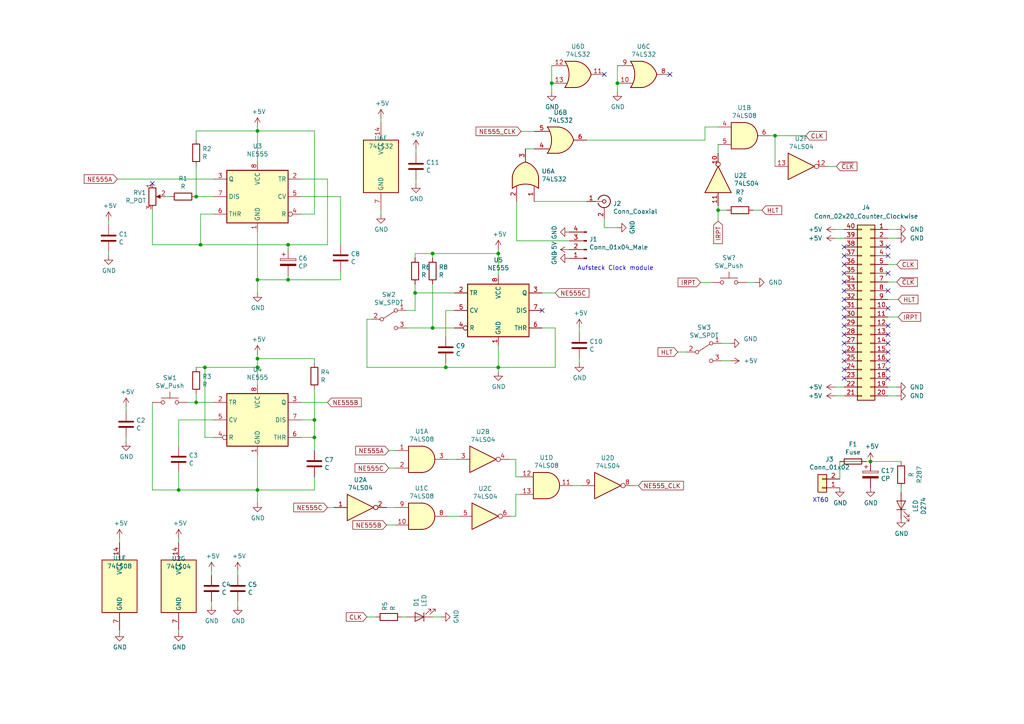
<source format=kicad_sch>
(kicad_sch (version 20200618) (host eeschema "(5.99.0-2101-geb1ff80d5)")
  (page 1 1)
  (paper "A4")
  (lib_symbols
    (symbol "74xx:74LS04" (pin_names (offset 0.508))
      (property "Reference" "U" (at 0 1.27 0))
      (property "Value" "74LS04" (at 0 -1.27 0))
      (symbol "74LS04_1_0"
        (pin input line (at -7.62 0 0) (length 3.81) (name "~") (number "1"))
        (pin output inverted (at 7.62 0 180) (length 3.81) (name "~") (number "2"))
      )
      (symbol "74LS04_2_0"
        (pin input line (at -7.62 0 0) (length 3.81) (name "~") (number "3"))
        (pin output inverted (at 7.62 0 180) (length 3.81) (name "~") (number "4"))
      )
      (symbol "74LS04_3_0"
        (pin input line (at -7.62 0 0) (length 3.81) (name "~") (number "5"))
        (pin output inverted (at 7.62 0 180) (length 3.81) (name "~") (number "6"))
      )
      (symbol "74LS04_4_0"
        (pin output inverted (at 7.62 0 180) (length 3.81) (name "~") (number "8"))
        (pin input line (at -7.62 0 0) (length 3.81) (name "~") (number "9"))
      )
      (symbol "74LS04_5_0"
        (pin output inverted (at 7.62 0 180) (length 3.81) (name "~") (number "10"))
        (pin input line (at -7.62 0 0) (length 3.81) (name "~") (number "11"))
      )
      (symbol "74LS04_6_0"
        (pin output inverted (at 7.62 0 180) (length 3.81) (name "~") (number "12"))
        (pin input line (at -7.62 0 0) (length 3.81) (name "~") (number "13"))
      )
      (symbol "74LS04_7_0"
        (pin power_in line (at 0 12.7 270) (length 5.08) (name "VCC") (number "14"))
        (pin power_in line (at 0 -12.7 90) (length 5.08) (name "GND") (number "7"))
      )
    )
    (symbol "74xx:74LS08"
      (property "Reference" "U" (at 0 1.27 0))
      (property "Value" "74LS08" (at 0 -1.27 0))
      (symbol "74LS08_1_1"
        (pin input line (at -7.62 2.54 0) (length 3.81) (name "~") (number "1"))
        (pin input line (at -7.62 -2.54 0) (length 3.81) (name "~") (number "2"))
        (pin output line (at 7.62 0 180) (length 3.81) (name "~") (number "3"))
      )
      (symbol "74LS08_2_1"
        (pin input line (at -7.62 2.54 0) (length 3.81) (name "~") (number "4"))
        (pin input line (at -7.62 -2.54 0) (length 3.81) (name "~") (number "5"))
        (pin output line (at 7.62 0 180) (length 3.81) (name "~") (number "6"))
      )
      (symbol "74LS08_3_1"
        (pin input line (at -7.62 -2.54 0) (length 3.81) (name "~") (number "10"))
        (pin output line (at 7.62 0 180) (length 3.81) (name "~") (number "8"))
        (pin input line (at -7.62 2.54 0) (length 3.81) (name "~") (number "9"))
      )
      (symbol "74LS08_4_1"
        (pin output line (at 7.62 0 180) (length 3.81) (name "~") (number "11"))
        (pin input line (at -7.62 2.54 0) (length 3.81) (name "~") (number "12"))
        (pin input line (at -7.62 -2.54 0) (length 3.81) (name "~") (number "13"))
      )
      (symbol "74LS08_1_2"
        (pin input inverted (at -7.62 2.54 0) (length 4.318) (name "~") (number "1"))
        (pin input inverted (at -7.62 -2.54 0) (length 4.318) (name "~") (number "2"))
        (pin output inverted (at 7.62 0 180) (length 3.81) (name "~") (number "3"))
      )
      (symbol "74LS08_2_2"
        (pin input inverted (at -7.62 2.54 0) (length 4.318) (name "~") (number "4"))
        (pin input inverted (at -7.62 -2.54 0) (length 4.318) (name "~") (number "5"))
        (pin output inverted (at 7.62 0 180) (length 3.81) (name "~") (number "6"))
      )
      (symbol "74LS08_3_2"
        (pin input inverted (at -7.62 -2.54 0) (length 4.318) (name "~") (number "10"))
        (pin output inverted (at 7.62 0 180) (length 3.81) (name "~") (number "8"))
        (pin input inverted (at -7.62 2.54 0) (length 4.318) (name "~") (number "9"))
      )
      (symbol "74LS08_4_2"
        (pin output inverted (at 7.62 0 180) (length 3.81) (name "~") (number "11"))
        (pin input inverted (at -7.62 2.54 0) (length 4.318) (name "~") (number "12"))
        (pin input inverted (at -7.62 -2.54 0) (length 4.318) (name "~") (number "13"))
      )
      (symbol "74LS08_5_0"
        (pin power_in line (at 0 12.7 270) (length 5.08) (name "VCC") (number "14"))
        (pin power_in line (at 0 -12.7 90) (length 5.08) (name "GND") (number "7"))
      )
    )
    (symbol "74xx:74LS32"
      (property "Reference" "U" (at 0 1.27 0))
      (property "Value" "74LS32" (at 0 -1.27 0))
      (symbol "74LS32_1_1"
        (pin input line (at -7.62 2.54 0) (length 4.318) (name "~") (number "1"))
        (pin input line (at -7.62 -2.54 0) (length 4.318) (name "~") (number "2"))
        (pin output line (at 7.62 0 180) (length 3.81) (name "~") (number "3"))
      )
      (symbol "74LS32_2_1"
        (pin input line (at -7.62 2.54 0) (length 4.318) (name "~") (number "4"))
        (pin input line (at -7.62 -2.54 0) (length 4.318) (name "~") (number "5"))
        (pin output line (at 7.62 0 180) (length 3.81) (name "~") (number "6"))
      )
      (symbol "74LS32_3_1"
        (pin input line (at -7.62 -2.54 0) (length 4.318) (name "~") (number "10"))
        (pin output line (at 7.62 0 180) (length 3.81) (name "~") (number "8"))
        (pin input line (at -7.62 2.54 0) (length 4.318) (name "~") (number "9"))
      )
      (symbol "74LS32_4_1"
        (pin output line (at 7.62 0 180) (length 3.81) (name "~") (number "11"))
        (pin input line (at -7.62 2.54 0) (length 4.318) (name "~") (number "12"))
        (pin input line (at -7.62 -2.54 0) (length 4.318) (name "~") (number "13"))
      )
      (symbol "74LS32_1_2"
        (pin input inverted (at -7.62 2.54 0) (length 3.81) (name "~") (number "1"))
        (pin input inverted (at -7.62 -2.54 0) (length 3.81) (name "~") (number "2"))
        (pin output inverted (at 7.62 0 180) (length 3.81) (name "~") (number "3"))
      )
      (symbol "74LS32_2_2"
        (pin input inverted (at -7.62 2.54 0) (length 3.81) (name "~") (number "4"))
        (pin input inverted (at -7.62 -2.54 0) (length 3.81) (name "~") (number "5"))
        (pin output inverted (at 7.62 0 180) (length 3.81) (name "~") (number "6"))
      )
      (symbol "74LS32_3_2"
        (pin input inverted (at -7.62 -2.54 0) (length 3.81) (name "~") (number "10"))
        (pin output inverted (at 7.62 0 180) (length 3.81) (name "~") (number "8"))
        (pin input inverted (at -7.62 2.54 0) (length 3.81) (name "~") (number "9"))
      )
      (symbol "74LS32_4_2"
        (pin output inverted (at 7.62 0 180) (length 3.81) (name "~") (number "11"))
        (pin input inverted (at -7.62 2.54 0) (length 3.81) (name "~") (number "12"))
        (pin input inverted (at -7.62 -2.54 0) (length 3.81) (name "~") (number "13"))
      )
      (symbol "74LS32_5_0"
        (pin power_in line (at 0 12.7 270) (length 5.08) (name "VCC") (number "14"))
        (pin power_in line (at 0 -12.7 90) (length 5.08) (name "GND") (number "7"))
      )
    )
    (symbol "Connector:Conn_01x04_Male" (pin_names hide)
      (property "Reference" "J" (at 0 5.08 0))
      (property "Value" "Conn_01x04_Male" (at 0 -7.62 0))
      (symbol "Conn_01x04_Male_1_1"
        (pin passive line (at 5.08 2.54 180) (length 3.81) (name "Pin_1") (number "1"))
        (pin passive line (at 5.08 0 180) (length 3.81) (name "Pin_2") (number "2"))
        (pin passive line (at 5.08 -2.54 180) (length 3.81) (name "Pin_3") (number "3"))
        (pin passive line (at 5.08 -5.08 180) (length 3.81) (name "Pin_4") (number "4"))
      )
    )
    (symbol "Connector:Conn_Coaxial" (pin_names hide)
      (property "Reference" "J" (at 0.254 3.048 0))
      (property "Value" "Conn_Coaxial" (at 2.921 0 90))
      (symbol "Conn_Coaxial_1_1"
        (pin passive line (at -5.08 0 0) (length 2.54) (name "In") (number "1"))
        (pin passive line (at 0 -5.08 90) (length 2.54) (name "Ext") (number "2"))
      )
    )
    (symbol "Connector_Generic:Conn_01x02" (pin_names hide)
      (property "Reference" "J" (at 0 2.54 0))
      (property "Value" "Conn_01x02" (at 0 -5.08 0))
      (symbol "Conn_01x02_1_1"
        (pin passive line (at -5.08 0 0) (length 3.81) (name "Pin_1") (number "1"))
        (pin passive line (at -5.08 -2.54 0) (length 3.81) (name "Pin_2") (number "2"))
      )
    )
    (symbol "Connector_Generic:Conn_02x20_Counter_Clockwise" (pin_names hide)
      (property "Reference" "J" (at 1.27 25.4 0))
      (property "Value" "Conn_02x20_Counter_Clockwise" (at 1.27 -27.94 0))
      (symbol "Conn_02x20_Counter_Clockwise_1_1"
        (pin passive line (at -5.08 22.86 0) (length 3.81) (name "Pin_1") (number "1"))
        (pin passive line (at -5.08 0 0) (length 3.81) (name "Pin_10") (number "10"))
        (pin passive line (at -5.08 -2.54 0) (length 3.81) (name "Pin_11") (number "11"))
        (pin passive line (at -5.08 -5.08 0) (length 3.81) (name "Pin_12") (number "12"))
        (pin passive line (at -5.08 -7.62 0) (length 3.81) (name "Pin_13") (number "13"))
        (pin passive line (at -5.08 -10.16 0) (length 3.81) (name "Pin_14") (number "14"))
        (pin passive line (at -5.08 -12.7 0) (length 3.81) (name "Pin_15") (number "15"))
        (pin passive line (at -5.08 -15.24 0) (length 3.81) (name "Pin_16") (number "16"))
        (pin passive line (at -5.08 -17.78 0) (length 3.81) (name "Pin_17") (number "17"))
        (pin passive line (at -5.08 -20.32 0) (length 3.81) (name "Pin_18") (number "18"))
        (pin passive line (at -5.08 -22.86 0) (length 3.81) (name "Pin_19") (number "19"))
        (pin passive line (at -5.08 20.32 0) (length 3.81) (name "Pin_2") (number "2"))
        (pin passive line (at -5.08 -25.4 0) (length 3.81) (name "Pin_20") (number "20"))
        (pin passive line (at 7.62 -25.4 180) (length 3.81) (name "Pin_21") (number "21"))
        (pin passive line (at 7.62 -22.86 180) (length 3.81) (name "Pin_22") (number "22"))
        (pin passive line (at 7.62 -20.32 180) (length 3.81) (name "Pin_23") (number "23"))
        (pin passive line (at 7.62 -17.78 180) (length 3.81) (name "Pin_24") (number "24"))
        (pin passive line (at 7.62 -15.24 180) (length 3.81) (name "Pin_25") (number "25"))
        (pin passive line (at 7.62 -12.7 180) (length 3.81) (name "Pin_26") (number "26"))
        (pin passive line (at 7.62 -10.16 180) (length 3.81) (name "Pin_27") (number "27"))
        (pin passive line (at 7.62 -7.62 180) (length 3.81) (name "Pin_28") (number "28"))
        (pin passive line (at 7.62 -5.08 180) (length 3.81) (name "Pin_29") (number "29"))
        (pin passive line (at -5.08 17.78 0) (length 3.81) (name "Pin_3") (number "3"))
        (pin passive line (at 7.62 -2.54 180) (length 3.81) (name "Pin_30") (number "30"))
        (pin passive line (at 7.62 0 180) (length 3.81) (name "Pin_31") (number "31"))
        (pin passive line (at 7.62 2.54 180) (length 3.81) (name "Pin_32") (number "32"))
        (pin passive line (at 7.62 5.08 180) (length 3.81) (name "Pin_33") (number "33"))
        (pin passive line (at 7.62 7.62 180) (length 3.81) (name "Pin_34") (number "34"))
        (pin passive line (at 7.62 10.16 180) (length 3.81) (name "Pin_35") (number "35"))
        (pin passive line (at 7.62 12.7 180) (length 3.81) (name "Pin_36") (number "36"))
        (pin passive line (at 7.62 15.24 180) (length 3.81) (name "Pin_37") (number "37"))
        (pin passive line (at 7.62 17.78 180) (length 3.81) (name "Pin_38") (number "38"))
        (pin passive line (at 7.62 20.32 180) (length 3.81) (name "Pin_39") (number "39"))
        (pin passive line (at -5.08 15.24 0) (length 3.81) (name "Pin_4") (number "4"))
        (pin passive line (at 7.62 22.86 180) (length 3.81) (name "Pin_40") (number "40"))
        (pin passive line (at -5.08 12.7 0) (length 3.81) (name "Pin_5") (number "5"))
        (pin passive line (at -5.08 10.16 0) (length 3.81) (name "Pin_6") (number "6"))
        (pin passive line (at -5.08 7.62 0) (length 3.81) (name "Pin_7") (number "7"))
        (pin passive line (at -5.08 5.08 0) (length 3.81) (name "Pin_8") (number "8"))
        (pin passive line (at -5.08 2.54 0) (length 3.81) (name "Pin_9") (number "9"))
      )
    )
    (symbol "Device:C" (pin_numbers hide) (pin_names (offset 0.254))
      (property "Reference" "C" (at 0.635 2.54 0))
      (property "Value" "C" (at 0.635 -2.54 0))
      (symbol "C_1_1"
        (pin passive line (at 0 3.81 270) (length 2.794) (name "~") (number "1"))
        (pin passive line (at 0 -3.81 90) (length 2.794) (name "~") (number "2"))
      )
    )
    (symbol "Device:CP" (pin_numbers hide) (pin_names (offset 0.254))
      (property "Reference" "C" (at 0.635 2.54 0))
      (property "Value" "CP" (at 0.635 -2.54 0))
      (symbol "CP_1_1"
        (pin passive line (at 0 3.81 270) (length 2.794) (name "~") (number "1"))
        (pin passive line (at 0 -3.81 90) (length 2.794) (name "~") (number "2"))
      )
    )
    (symbol "Device:Fuse" (pin_numbers hide) (pin_names (offset 0))
      (property "Reference" "F" (at 2.032 0 90))
      (property "Value" "Fuse" (at -1.905 0 90))
      (symbol "Fuse_1_1"
        (pin passive line (at 0 3.81 270) (length 1.27) (name "~") (number "1"))
        (pin passive line (at 0 -3.81 90) (length 1.27) (name "~") (number "2"))
      )
    )
    (symbol "Device:LED" (pin_numbers hide) (pin_names hide)
      (property "Reference" "D" (at 0 2.54 0))
      (property "Value" "LED" (at 0 -2.54 0))
      (symbol "LED_1_1"
        (pin passive line (at -3.81 0 0) (length 2.54) (name "K") (number "1"))
        (pin passive line (at 3.81 0 180) (length 2.54) (name "A") (number "2"))
      )
    )
    (symbol "Device:R" (pin_numbers hide) (pin_names (offset 0))
      (property "Reference" "R" (at 2.032 0 90))
      (property "Value" "R" (at 0 0 90))
      (symbol "R_1_1"
        (pin passive line (at 0 3.81 270) (length 1.27) (name "~") (number "1"))
        (pin passive line (at 0 -3.81 90) (length 1.27) (name "~") (number "2"))
      )
    )
    (symbol "Device:R_POT" (pin_names hide)
      (property "Reference" "RV" (at -4.445 0 90))
      (property "Value" "R_POT" (at -2.54 0 90))
      (symbol "R_POT_1_1"
        (pin passive line (at 0 3.81 270) (length 1.27) (name "1") (number "1"))
        (pin passive line (at 3.81 0 180) (length 1.27) (name "2") (number "2"))
        (pin passive line (at 0 -3.81 90) (length 1.27) (name "3") (number "3"))
      )
    )
    (symbol "Switch:SW_Push" (pin_numbers hide) (pin_names hide)
      (property "Reference" "SW" (at 1.27 2.54 0))
      (property "Value" "SW_Push" (at 0 -1.524 0))
      (symbol "SW_Push_0_1"
        (pin passive line (at -5.08 0 0) (length 2.54) (name "1") (number "1"))
        (pin passive line (at 5.08 0 180) (length 2.54) (name "2") (number "2"))
      )
    )
    (symbol "Switch:SW_SPDT" (pin_names (offset 0) hide)
      (property "Reference" "SW" (at 0 4.318 0))
      (property "Value" "SW_SPDT" (at 0 -5.08 0))
      (symbol "SW_SPDT_1_1"
        (pin passive line (at 5.08 2.54 180) (length 2.54) (name "A") (number "1"))
        (pin passive line (at -5.08 0 0) (length 2.54) (name "B") (number "2"))
        (pin passive line (at 5.08 -2.54 180) (length 2.54) (name "C") (number "3"))
      )
    )
    (symbol "Timer:NE555" (pin_names (offset 0.508))
      (property "Reference" "U" (at -10.16 8.89 0))
      (property "Value" "NE555" (at 2.54 8.89 0))
      (symbol "NE555_0_0"
        (pin power_in line (at 0 -10.16 90) (length 2.54) (name "GND") (number "1"))
        (pin power_in line (at 0 10.16 270) (length 2.54) (name "VCC") (number "8"))
      )
      (symbol "NE555_1_1"
        (pin input line (at -12.7 5.08 0) (length 3.81) (name "TR") (number "2"))
        (pin output line (at 12.7 5.08 180) (length 3.81) (name "Q") (number "3"))
        (pin input inverted (at -12.7 -5.08 0) (length 3.81) (name "R") (number "4"))
        (pin input line (at -12.7 0 0) (length 3.81) (name "CV") (number "5"))
        (pin input line (at 12.7 -5.08 180) (length 3.81) (name "THR") (number "6"))
        (pin input line (at 12.7 0 180) (length 3.81) (name "DIS") (number "7"))
      )
    )
    (symbol "power:+5V" (power) (pin_names (offset 0))
      (property "Value" "+5V" (at 0 3.556 0))
      (symbol "+5V_1_1"
        (pin power_in line (at 0 0 90) (length 0) hide (name "+5V") (number "1"))
      )
    )
    (symbol "power:GND" (power) (pin_names (offset 0))
      (property "Value" "GND" (at 0 -3.81 0))
      (symbol "GND_1_1"
        (pin power_in line (at 0 0 270) (length 0) hide (name "GND") (number "1"))
      )
    )
  )
  (junction (at 51.816 142.113))
  (junction (at 56.896 57.023))
  (junction (at 56.896 116.713))
  (junction (at 58.166 70.993))
  (junction (at 59.436 106.553))
  (junction (at 74.676 37.973))
  (junction (at 74.676 81.153))
  (junction (at 74.676 104.013))
  (junction (at 74.676 106.553))
  (junction (at 74.676 142.113))
  (junction (at 83.566 70.993))
  (junction (at 83.566 81.153))
  (junction (at 91.186 121.793))
  (junction (at 91.186 126.873))
  (junction (at 120.396 84.963))
  (junction (at 125.476 73.533))
  (junction (at 125.476 95.123))
  (junction (at 129.286 106.553))
  (junction (at 144.526 73.533))
  (junction (at 144.526 106.553))
  (junction (at 160.02 24.13))
  (junction (at 179.07 24.13))
  (junction (at 208.28 60.96))
  (junction (at 224.79 39.37))
  (junction (at 252.476 133.858))
  (no_connect (at 244.856 71.628))
  (no_connect (at 244.856 107.188))
  (no_connect (at 244.856 84.328))
  (no_connect (at 257.556 79.248))
  (no_connect (at 257.556 94.488))
  (no_connect (at 244.856 104.648))
  (no_connect (at 257.556 74.168))
  (no_connect (at 244.856 91.948))
  (no_connect (at 257.556 104.648))
  (no_connect (at 244.856 79.248))
  (no_connect (at 257.556 84.328))
  (no_connect (at 257.556 99.568))
  (no_connect (at 244.856 97.028))
  (no_connect (at 257.556 97.028))
  (no_connect (at 257.556 102.108))
  (no_connect (at 257.556 89.408))
  (no_connect (at 244.856 99.568))
  (no_connect (at 244.856 89.408))
  (no_connect (at 257.556 107.188))
  (no_connect (at 244.856 102.108))
  (no_connect (at 244.856 76.708))
  (no_connect (at 257.556 71.628))
  (no_connect (at 244.856 74.168))
  (no_connect (at 244.856 81.788))
  (no_connect (at 44.196 53.213))
  (no_connect (at 257.556 109.728))
  (no_connect (at 244.856 94.488))
  (no_connect (at 244.856 109.728))
  (no_connect (at 175.26 21.59))
  (no_connect (at 194.31 21.59))
  (no_connect (at 157.226 90.043))
  (no_connect (at 244.856 86.868))
  (wire (pts (xy 31.496 64.008) (xy 31.496 65.278)))
  (wire (pts (xy 31.496 72.898) (xy 31.496 74.168)))
  (wire (pts (xy 34.036 51.943) (xy 61.976 51.943)))
  (wire (pts (xy 34.671 156.083) (xy 34.671 157.353)))
  (wire (pts (xy 34.671 182.753) (xy 34.671 183.388)))
  (wire (pts (xy 36.576 117.983) (xy 36.576 119.253)))
  (wire (pts (xy 36.576 126.873) (xy 36.576 128.143)))
  (wire (pts (xy 44.196 60.833) (xy 44.196 70.993)))
  (wire (pts (xy 44.196 116.713) (xy 44.196 142.113)))
  (wire (pts (xy 44.196 142.113) (xy 51.816 142.113)))
  (wire (pts (xy 48.006 57.023) (xy 49.276 57.023)))
  (wire (pts (xy 51.816 121.793) (xy 61.976 121.793)))
  (wire (pts (xy 51.816 129.413) (xy 51.816 121.793)))
  (wire (pts (xy 51.816 137.033) (xy 51.816 142.113)))
  (wire (pts (xy 51.816 142.113) (xy 74.676 142.113)))
  (wire (pts (xy 51.816 156.083) (xy 51.816 157.353)))
  (wire (pts (xy 51.816 182.753) (xy 51.816 183.388)))
  (wire (pts (xy 54.356 116.713) (xy 56.896 116.713)))
  (wire (pts (xy 56.896 37.973) (xy 74.676 37.973)))
  (wire (pts (xy 56.896 40.513) (xy 56.896 37.973)))
  (wire (pts (xy 56.896 57.023) (xy 56.896 48.133)))
  (wire (pts (xy 56.896 57.023) (xy 61.976 57.023)))
  (wire (pts (xy 56.896 114.173) (xy 56.896 116.713)))
  (wire (pts (xy 56.896 116.713) (xy 61.976 116.713)))
  (wire (pts (xy 58.166 62.103) (xy 61.976 62.103)))
  (wire (pts (xy 58.166 70.993) (xy 44.196 70.993)))
  (wire (pts (xy 58.166 70.993) (xy 58.166 62.103)))
  (wire (pts (xy 59.436 106.553) (xy 56.896 106.553)))
  (wire (pts (xy 59.436 106.553) (xy 74.676 106.553)))
  (wire (pts (xy 59.436 126.873) (xy 59.436 106.553)))
  (wire (pts (xy 61.341 165.608) (xy 61.341 166.878)))
  (wire (pts (xy 61.341 174.498) (xy 61.341 175.768)))
  (wire (pts (xy 61.976 126.873) (xy 59.436 126.873)))
  (wire (pts (xy 68.961 165.608) (xy 68.961 166.878)))
  (wire (pts (xy 68.961 174.498) (xy 68.961 175.768)))
  (wire (pts (xy 74.676 36.703) (xy 74.676 37.973)))
  (wire (pts (xy 74.676 37.973) (xy 74.676 46.863)))
  (wire (pts (xy 74.676 37.973) (xy 91.186 37.973)))
  (wire (pts (xy 74.676 67.183) (xy 74.676 81.153)))
  (wire (pts (xy 74.676 81.153) (xy 74.676 84.963)))
  (wire (pts (xy 74.676 102.743) (xy 74.676 104.013)))
  (wire (pts (xy 74.676 104.013) (xy 74.676 106.553)))
  (wire (pts (xy 74.676 104.013) (xy 91.186 104.013)))
  (wire (pts (xy 74.676 106.553) (xy 74.676 111.633)))
  (wire (pts (xy 74.676 131.953) (xy 74.676 142.113)))
  (wire (pts (xy 74.676 142.113) (xy 74.676 145.923)))
  (wire (pts (xy 74.676 142.113) (xy 91.186 142.113)))
  (wire (pts (xy 83.566 70.993) (xy 58.166 70.993)))
  (wire (pts (xy 83.566 70.993) (xy 83.566 72.263)))
  (wire (pts (xy 83.566 79.883) (xy 83.566 81.153)))
  (wire (pts (xy 83.566 81.153) (xy 74.676 81.153)))
  (wire (pts (xy 87.376 51.943) (xy 94.996 51.943)))
  (wire (pts (xy 87.376 57.023) (xy 98.806 57.023)))
  (wire (pts (xy 87.376 116.713) (xy 94.996 116.713)))
  (wire (pts (xy 87.376 126.873) (xy 91.186 126.873)))
  (wire (pts (xy 91.186 37.973) (xy 91.186 62.103)))
  (wire (pts (xy 91.186 62.103) (xy 87.376 62.103)))
  (wire (pts (xy 91.186 104.013) (xy 91.186 105.283)))
  (wire (pts (xy 91.186 112.903) (xy 91.186 121.793)))
  (wire (pts (xy 91.186 121.793) (xy 87.376 121.793)))
  (wire (pts (xy 91.186 126.873) (xy 91.186 121.793)))
  (wire (pts (xy 91.186 126.873) (xy 91.186 130.683)))
  (wire (pts (xy 91.186 138.303) (xy 91.186 142.113)))
  (wire (pts (xy 94.996 51.943) (xy 94.996 70.993)))
  (wire (pts (xy 94.996 70.993) (xy 83.566 70.993)))
  (wire (pts (xy 94.996 147.193) (xy 96.901 147.193)))
  (wire (pts (xy 98.806 57.023) (xy 98.806 70.993)))
  (wire (pts (xy 98.806 78.613) (xy 98.806 81.153)))
  (wire (pts (xy 98.806 81.153) (xy 83.566 81.153)))
  (wire (pts (xy 106.426 92.583) (xy 106.426 106.553)))
  (wire (pts (xy 106.426 106.553) (xy 129.286 106.553)))
  (wire (pts (xy 106.426 178.943) (xy 108.966 178.943)))
  (wire (pts (xy 107.696 92.583) (xy 106.426 92.583)))
  (wire (pts (xy 110.49 34.29) (xy 110.49 35.56)))
  (wire (pts (xy 110.49 60.96) (xy 110.49 62.23)))
  (wire (pts (xy 112.141 147.193) (xy 114.681 147.193)))
  (wire (pts (xy 112.141 152.273) (xy 114.681 152.273)))
  (wire (pts (xy 112.776 130.683) (xy 114.681 130.683)))
  (wire (pts (xy 112.776 135.763) (xy 114.681 135.763)))
  (wire (pts (xy 116.586 178.943) (xy 117.856 178.943)))
  (wire (pts (xy 117.856 90.043) (xy 120.396 90.043)))
  (wire (pts (xy 117.856 95.123) (xy 125.476 95.123)))
  (wire (pts (xy 120.396 73.533) (xy 125.476 73.533)))
  (wire (pts (xy 120.396 74.803) (xy 120.396 73.533)))
  (wire (pts (xy 120.396 82.423) (xy 120.396 84.963)))
  (wire (pts (xy 120.396 84.963) (xy 120.396 90.043)))
  (wire (pts (xy 120.396 84.963) (xy 131.826 84.963)))
  (wire (pts (xy 120.65 43.18) (xy 120.65 44.45)))
  (wire (pts (xy 120.65 52.07) (xy 120.65 53.34)))
  (wire (pts (xy 125.476 73.533) (xy 125.476 74.803)))
  (wire (pts (xy 125.476 73.533) (xy 144.526 73.533)))
  (wire (pts (xy 125.476 82.423) (xy 125.476 95.123)))
  (wire (pts (xy 125.476 95.123) (xy 131.826 95.123)))
  (wire (pts (xy 125.476 178.943) (xy 128.016 178.943)))
  (wire (pts (xy 129.286 90.043) (xy 129.286 97.663)))
  (wire (pts (xy 129.286 105.283) (xy 129.286 106.553)))
  (wire (pts (xy 129.286 106.553) (xy 144.526 106.553)))
  (wire (pts (xy 129.921 133.223) (xy 132.461 133.223)))
  (wire (pts (xy 129.921 149.733) (xy 133.096 149.733)))
  (wire (pts (xy 131.826 90.043) (xy 129.286 90.043)))
  (wire (pts (xy 144.526 72.263) (xy 144.526 73.533)))
  (wire (pts (xy 144.526 73.533) (xy 144.526 79.883)))
  (wire (pts (xy 144.526 100.203) (xy 144.526 106.553)))
  (wire (pts (xy 144.526 106.553) (xy 144.526 107.823)))
  (wire (pts (xy 147.701 133.223) (xy 149.606 133.223)))
  (wire (pts (xy 148.336 149.733) (xy 149.606 149.733)))
  (wire (pts (xy 149.606 133.223) (xy 149.606 138.303)))
  (wire (pts (xy 149.606 138.303) (xy 150.876 138.303)))
  (wire (pts (xy 149.606 143.383) (xy 150.876 143.383)))
  (wire (pts (xy 149.606 149.733) (xy 149.606 143.383)))
  (wire (pts (xy 149.86 69.85) (xy 149.86 58.42)))
  (wire (pts (xy 149.86 69.85) (xy 165.1 69.85)))
  (wire (pts (xy 151.13 38.1) (xy 154.94 38.1)))
  (wire (pts (xy 152.4 43.18) (xy 154.94 43.18)))
  (wire (pts (xy 154.94 58.42) (xy 170.18 58.42)))
  (wire (pts (xy 157.226 84.963) (xy 161.036 84.963)))
  (wire (pts (xy 157.226 95.123) (xy 161.036 95.123)))
  (wire (pts (xy 160.02 19.05) (xy 160.02 24.13)))
  (wire (pts (xy 160.02 24.13) (xy 160.02 26.67)))
  (wire (pts (xy 161.036 95.123) (xy 161.036 106.553)))
  (wire (pts (xy 161.036 106.553) (xy 144.526 106.553)))
  (wire (pts (xy 166.116 140.843) (xy 168.656 140.843)))
  (wire (pts (xy 168.021 95.123) (xy 168.021 96.393)))
  (wire (pts (xy 168.021 104.013) (xy 168.021 105.283)))
  (wire (pts (xy 175.26 63.5) (xy 175.26 66.04)))
  (wire (pts (xy 175.26 66.04) (xy 179.07 66.04)))
  (wire (pts (xy 179.07 19.05) (xy 179.07 24.13)))
  (wire (pts (xy 179.07 24.13) (xy 179.07 26.67)))
  (wire (pts (xy 183.896 140.843) (xy 185.166 140.843)))
  (wire (pts (xy 196.596 102.108) (xy 199.136 102.108)))
  (wire (pts (xy 203.2 81.915) (xy 206.375 81.915)))
  (wire (pts (xy 204.47 36.83) (xy 204.47 40.64)))
  (wire (pts (xy 204.47 40.64) (xy 170.18 40.64)))
  (wire (pts (xy 208.28 36.83) (xy 204.47 36.83)))
  (wire (pts (xy 208.28 41.91) (xy 208.28 44.45)))
  (wire (pts (xy 208.28 59.69) (xy 208.28 60.96)))
  (wire (pts (xy 208.28 60.96) (xy 208.28 64.135)))
  (wire (pts (xy 208.28 60.96) (xy 210.82 60.96)))
  (wire (pts (xy 209.296 99.568) (xy 211.836 99.568)))
  (wire (pts (xy 209.296 104.648) (xy 211.836 104.648)))
  (wire (pts (xy 216.535 81.915) (xy 219.075 81.915)))
  (wire (pts (xy 218.44 60.96) (xy 220.98 60.96)))
  (wire (pts (xy 223.52 39.37) (xy 224.79 39.37)))
  (wire (pts (xy 224.79 39.37) (xy 224.79 48.26)))
  (wire (pts (xy 224.79 39.37) (xy 233.68 39.37)))
  (wire (pts (xy 240.03 48.26) (xy 242.57 48.26)))
  (wire (pts (xy 243.586 133.858) (xy 243.586 138.938)))
  (wire (pts (xy 244.856 66.548) (xy 242.316 66.548)))
  (wire (pts (xy 244.856 69.088) (xy 242.316 69.088)))
  (wire (pts (xy 244.856 112.268) (xy 242.316 112.268)))
  (wire (pts (xy 244.856 114.808) (xy 242.316 114.808)))
  (wire (pts (xy 251.206 133.858) (xy 252.476 133.858)))
  (wire (pts (xy 252.476 133.858) (xy 261.366 133.858)))
  (wire (pts (xy 257.556 76.708) (xy 260.096 76.708)))
  (wire (pts (xy 257.556 81.788) (xy 260.096 81.788)))
  (wire (pts (xy 257.556 86.868) (xy 260.5024 86.868)))
  (wire (pts (xy 257.556 91.948) (xy 260.5024 91.948)))
  (wire (pts (xy 260.096 66.548) (xy 257.556 66.548)))
  (wire (pts (xy 260.096 69.088) (xy 257.556 69.088)))
  (wire (pts (xy 260.096 112.268) (xy 257.556 112.268)))
  (wire (pts (xy 260.096 114.808) (xy 257.556 114.808)))
  (wire (pts (xy 261.366 142.748) (xy 261.366 141.478)))
  (text "Aufsteck Clock module" (at 189.611 78.613 180) (effects (font (size 1.27 1.27)) (justify right bottom)))
  (text "XT60\n" (at 240.411 145.923 180) (effects (font (size 1.27 1.27)) (justify right bottom)))
  (global_label "NE555A" (shape input) (at 34.036 51.943 180))
  (global_label "NE555B" (shape input) (at 94.996 116.713 0))
  (global_label "NE555C" (shape input) (at 94.996 147.193 180))
  (global_label "CLK" (shape input) (at 106.426 178.943 180))
  (global_label "NE555B" (shape input) (at 112.141 152.273 180))
  (global_label "NE555A" (shape input) (at 112.776 130.683 180))
  (global_label "NE555C" (shape input) (at 112.776 135.763 180))
  (global_label "NE555_CLK" (shape input) (at 151.13 38.1 180))
  (global_label "NE555C" (shape input) (at 161.036 84.963 0))
  (global_label "NE555_CLK" (shape input) (at 185.166 140.843 0))
  (global_label "HLT" (shape input) (at 196.596 102.108 180))
  (global_label "IRPT" (shape input) (at 203.2 81.915 180))
  (global_label "IRPT" (shape input) (at 208.28 64.135 270))
  (global_label "HLT" (shape input) (at 220.98 60.96 0))
  (global_label "CLK" (shape input) (at 233.68 39.37 0))
  (global_label "~CLK" (shape input) (at 242.57 48.26 0))
  (global_label "CLK" (shape input) (at 260.096 76.708 0))
  (global_label "~CLK" (shape input) (at 260.096 81.788 0))
  (global_label "HLT" (shape input) (at 260.5024 86.868 0))
  (global_label "IRPT" (shape input) (at 260.5024 91.948 0))
  (symbol (lib_id "power:+5V") (at 31.496 64.008 0) (unit 1)
    (property "Reference" "#PWR0103" (effects hide))
    (property "Value" "+5V" (at 31.8643 59.6836 0))
  )
  (symbol (lib_id "power:+5V") (at 34.671 156.083 0) (unit 1)
    (property "Reference" "#PWR0108" (effects hide))
    (property "Value" "+5V" (at 35.0393 151.7586 0))
  )
  (symbol (lib_id "power:+5V") (at 36.576 117.983 0) (unit 1)
    (property "Reference" "#PWR0102" (effects hide))
    (property "Value" "+5V" (at 36.9443 113.6586 0))
  )
  (symbol (lib_id "power:+5V") (at 51.816 156.083 0) (unit 1)
    (property "Reference" "#PWR0107" (effects hide))
    (property "Value" "+5V" (at 52.1843 151.7586 0))
  )
  (symbol (lib_id "power:+5V") (at 61.341 165.608 0) (unit 1)
    (property "Reference" "#PWR0111" (effects hide))
    (property "Value" "+5V" (at 61.7093 161.2836 0))
  )
  (symbol (lib_id "power:+5V") (at 68.961 165.608 0) (unit 1)
    (property "Reference" "#PWR0110" (effects hide))
    (property "Value" "+5V" (at 69.3293 161.2836 0))
  )
  (symbol (lib_id "power:+5V") (at 74.676 36.703 0) (unit 1)
    (property "Reference" "#PWR0116" (effects hide))
    (property "Value" "+5V" (at 75.0443 32.3786 0))
  )
  (symbol (lib_id "power:+5V") (at 74.676 102.743 0) (unit 1)
    (property "Reference" "#PWR0104" (effects hide))
    (property "Value" "+5V" (at 75.0443 98.4186 0))
  )
  (symbol (lib_id "power:+5V") (at 110.49 34.29 0) (unit 1)
    (property "Reference" "#PWR0121" (effects hide))
    (property "Value" "+5V" (at 110.8583 29.9656 0))
  )
  (symbol (lib_id "power:+5V") (at 120.65 43.18 0) (unit 1)
    (property "Reference" "#PWR0120" (effects hide))
    (property "Value" "+5V" (at 121.0183 38.8556 0))
  )
  (symbol (lib_id "power:+5V") (at 144.526 72.263 0) (unit 1)
    (property "Reference" "#PWR0137" (effects hide))
    (property "Value" "+5V" (at 144.8943 67.9386 0))
  )
  (symbol (lib_id "power:+5V") (at 165.1 72.39 90) (unit 1)
    (property "Reference" "#PWR0123" (effects hide))
    (property "Value" "+5V" (at 160.7756 72.0217 0))
  )
  (symbol (lib_id "power:+5V") (at 168.021 95.123 0) (unit 1)
    (property "Reference" "#PWR0138" (effects hide))
    (property "Value" "+5V" (at 168.3893 90.7986 0))
  )
  (symbol (lib_id "power:+5V") (at 211.836 104.648 270) (unit 1)
    (property "Reference" "#PWR0118" (effects hide))
    (property "Value" "+5V" (at 215.646 104.648 90) (effects (justify left)))
  )
  (symbol (lib_id "power:+5V") (at 242.316 66.548 90) (mirror x) (unit 1)
    (property "Reference" "#PWR0129" (effects hide))
    (property "Value" "+5V" (at 238.506 66.548 90) (effects (justify left)))
  )
  (symbol (lib_id "power:+5V") (at 242.316 69.088 90) (mirror x) (unit 1)
    (property "Reference" "#PWR0128" (effects hide))
    (property "Value" "+5V" (at 238.506 69.088 90) (effects (justify left)))
  )
  (symbol (lib_id "power:+5V") (at 242.316 112.268 90) (mirror x) (unit 1)
    (property "Reference" "#PWR0133" (effects hide))
    (property "Value" "+5V" (at 238.506 112.268 90) (effects (justify left)))
  )
  (symbol (lib_id "power:+5V") (at 242.316 114.808 90) (mirror x) (unit 1)
    (property "Reference" "#PWR0134" (effects hide))
    (property "Value" "+5V" (at 238.506 114.808 90) (effects (justify left)))
  )
  (symbol (lib_id "power:+5V") (at 252.476 133.858 0) (unit 1)
    (property "Reference" "#PWR0361" (effects hide))
    (property "Value" "+5V" (at 252.857 129.4638 0))
  )
  (symbol (lib_id "power:GND") (at 31.496 74.168 0) (unit 1)
    (property "Reference" "#PWR0101" (effects hide))
    (property "Value" "GND" (at 31.6103 78.4924 0))
  )
  (symbol (lib_id "power:GND") (at 34.671 183.388 0) (unit 1)
    (property "Reference" "#PWR0112" (effects hide))
    (property "Value" "GND" (at 34.7853 187.7124 0))
  )
  (symbol (lib_id "power:GND") (at 36.576 128.143 0) (unit 1)
    (property "Reference" "#PWR0106" (effects hide))
    (property "Value" "GND" (at 36.6903 132.4674 0))
  )
  (symbol (lib_id "power:GND") (at 51.816 183.388 0) (unit 1)
    (property "Reference" "#PWR0113" (effects hide))
    (property "Value" "GND" (at 51.9303 187.7124 0))
  )
  (symbol (lib_id "power:GND") (at 61.341 175.768 0) (unit 1)
    (property "Reference" "#PWR0115" (effects hide))
    (property "Value" "GND" (at 61.4553 180.0924 0))
  )
  (symbol (lib_id "power:GND") (at 68.961 175.768 0) (unit 1)
    (property "Reference" "#PWR0114" (effects hide))
    (property "Value" "GND" (at 69.0753 180.0924 0))
  )
  (symbol (lib_id "power:GND") (at 74.676 84.963 0) (unit 1)
    (property "Reference" "#PWR0105" (effects hide))
    (property "Value" "GND" (at 74.7903 89.2874 0))
  )
  (symbol (lib_id "power:GND") (at 74.676 145.923 0) (unit 1)
    (property "Reference" "#PWR0109" (effects hide))
    (property "Value" "GND" (at 74.7903 150.2474 0))
  )
  (symbol (lib_id "power:GND") (at 110.49 62.23 0) (unit 1)
    (property "Reference" "#PWR0136" (effects hide))
    (property "Value" "GND" (at 110.6043 66.5544 0))
  )
  (symbol (lib_id "power:GND") (at 120.65 53.34 0) (unit 1)
    (property "Reference" "#PWR0127" (effects hide))
    (property "Value" "GND" (at 120.7643 57.6644 0))
  )
  (symbol (lib_id "power:GND") (at 128.016 178.943 90) (unit 1)
    (property "Reference" "#PWR0117" (effects hide))
    (property "Value" "GND" (at 132.3404 178.8287 0))
  )
  (symbol (lib_id "power:GND") (at 144.526 107.823 0) (unit 1)
    (property "Reference" "#PWR0140" (effects hide))
    (property "Value" "GND" (at 144.6403 112.1474 0))
  )
  (symbol (lib_id "power:GND") (at 160.02 26.67 0) (unit 1)
    (property "Reference" "#PWR0122" (effects hide))
    (property "Value" "GND" (at 160.1343 30.9944 0))
  )
  (symbol (lib_id "power:GND") (at 165.1 67.31 270) (unit 1)
    (property "Reference" "#PWR0124" (effects hide))
    (property "Value" "GND" (at 160.7756 67.4243 0))
  )
  (symbol (lib_id "power:GND") (at 165.1 74.93 270) (mirror x) (unit 1)
    (property "Reference" "#PWR0125" (effects hide))
    (property "Value" "GND" (at 160.7756 74.8157 0))
  )
  (symbol (lib_id "power:GND") (at 168.021 105.283 0) (unit 1)
    (property "Reference" "#PWR0139" (effects hide))
    (property "Value" "GND" (at 168.1353 109.6074 0))
  )
  (symbol (lib_id "power:GND") (at 179.07 26.67 0) (unit 1)
    (property "Reference" "#PWR0141" (effects hide))
    (property "Value" "GND" (at 179.1843 30.9944 0))
  )
  (symbol (lib_id "power:GND") (at 179.07 66.04 90) (unit 1)
    (property "Reference" "#PWR0126" (effects hide))
    (property "Value" "GND" (at 183.3944 65.9257 0))
  )
  (symbol (lib_id "power:GND") (at 211.836 99.568 90) (unit 1)
    (property "Reference" "#PWR0119" (effects hide))
    (property "Value" "GND" (at 215.646 98.298 90) (effects (justify right)))
  )
  (symbol (lib_id "power:GND") (at 219.075 81.915 90) (mirror x) (unit 1)
    (property "Reference" "#PWR?" (effects hide))
    (property "Value" "GND" (at 222.885 81.915 90) (effects (justify right)))
  )
  (symbol (lib_id "power:GND") (at 243.586 141.478 0) (unit 1)
    (property "Reference" "#PWR0362" (effects hide))
    (property "Value" "GND" (at 243.713 145.8722 0))
  )
  (symbol (lib_id "power:GND") (at 252.476 141.478 0) (unit 1)
    (property "Reference" "#PWR0363" (effects hide))
    (property "Value" "GND" (at 252.603 145.8722 0))
  )
  (symbol (lib_id "power:GND") (at 260.096 66.548 90) (mirror x) (unit 1)
    (property "Reference" "#PWR0130" (effects hide))
    (property "Value" "GND" (at 263.906 66.548 90) (effects (justify right)))
  )
  (symbol (lib_id "power:GND") (at 260.096 69.088 90) (mirror x) (unit 1)
    (property "Reference" "#PWR0131" (effects hide))
    (property "Value" "GND" (at 263.906 69.088 90) (effects (justify right)))
  )
  (symbol (lib_id "power:GND") (at 260.096 112.268 90) (mirror x) (unit 1)
    (property "Reference" "#PWR0132" (effects hide))
    (property "Value" "GND" (at 263.906 112.268 90) (effects (justify right)))
  )
  (symbol (lib_id "power:GND") (at 260.096 114.808 90) (mirror x) (unit 1)
    (property "Reference" "#PWR0135" (effects hide))
    (property "Value" "GND" (at 263.906 114.808 90) (effects (justify right)))
  )
  (symbol (lib_id "power:GND") (at 261.366 150.368 0) (unit 1)
    (property "Reference" "#PWR0446" (effects hide))
    (property "Value" "GND" (at 261.493 154.7622 0))
  )
  (symbol (lib_id "Device:Fuse") (at 247.396 133.858 90) (unit 1)
    (property "Reference" "F1" (at 247.396 128.8542 90))
    (property "Value" "Fuse" (at 247.396 131.1656 90))
    (property "Footprint" "Fuse:Fuseholder_Cylinder-5x20mm_Stelvio-Kontek_PTF78_Horizontal_Open" (effects hide))
  )
  (symbol (lib_id "Device:R") (at 53.086 57.023 90) (unit 1)
    (property "Reference" "R1" (at 53.086 51.7968 90))
    (property "Value" "R" (at 53.086 54.0955 90))
    (property "Footprint" "Resistor_SMD:R_0805_2012Metric_Pad1.15x1.40mm_HandSolder" (effects hide))
  )
  (symbol (lib_id "Device:R") (at 56.896 44.323 0) (unit 1)
    (property "Reference" "R2" (at 58.6741 43.1736 0) (effects (justify left)))
    (property "Value" "R" (at 58.6741 45.4723 0) (effects (justify left)))
    (property "Footprint" "Resistor_SMD:R_0805_2012Metric_Pad1.15x1.40mm_HandSolder" (effects hide))
  )
  (symbol (lib_id "Device:R") (at 56.896 110.363 0) (unit 1)
    (property "Reference" "R3" (at 58.6741 109.2136 0) (effects (justify left)))
    (property "Value" "R" (at 58.6741 111.5123 0) (effects (justify left)))
    (property "Footprint" "Resistor_SMD:R_0805_2012Metric_Pad1.15x1.40mm_HandSolder" (effects hide))
  )
  (symbol (lib_id "Device:R") (at 91.186 109.093 0) (unit 1)
    (property "Reference" "R4" (at 92.9641 107.9436 0) (effects (justify left)))
    (property "Value" "R" (at 92.9641 110.2423 0) (effects (justify left)))
    (property "Footprint" "Resistor_SMD:R_0805_2012Metric_Pad1.15x1.40mm_HandSolder" (effects hide))
  )
  (symbol (lib_id "Device:R") (at 112.776 178.943 90) (unit 1)
    (property "Reference" "R5" (at 111.6266 177.1649 0) (effects (justify left)))
    (property "Value" "R" (at 113.9253 177.1649 0) (effects (justify left)))
    (property "Footprint" "Resistor_SMD:R_0805_2012Metric_Pad1.15x1.40mm_HandSolder" (effects hide))
  )
  (symbol (lib_id "Device:R") (at 120.396 78.613 0) (unit 1)
    (property "Reference" "R6" (at 122.1741 77.4636 0) (effects (justify left)))
    (property "Value" "R" (at 122.1741 79.7623 0) (effects (justify left)))
    (property "Footprint" "Resistor_SMD:R_0805_2012Metric_Pad1.15x1.40mm_HandSolder" (effects hide))
  )
  (symbol (lib_id "Device:R") (at 125.476 78.613 0) (unit 1)
    (property "Reference" "R8" (at 127.2541 77.4636 0) (effects (justify left)))
    (property "Value" "R" (at 127.2541 79.7623 0) (effects (justify left)))
    (property "Footprint" "Resistor_SMD:R_0805_2012Metric_Pad1.15x1.40mm_HandSolder" (effects hide))
  )
  (symbol (lib_id "Device:R") (at 214.63 60.96 90) (unit 1)
    (property "Reference" "R?" (at 214.63 55.7338 90))
    (property "Value" "R" (at 214.63 58.0325 90))
  )
  (symbol (lib_id "Device:R") (at 261.366 137.668 180) (unit 1)
    (property "Reference" "R287" (at 266.6238 137.668 90))
    (property "Value" "R" (at 264.3124 137.668 90))
    (property "Footprint" "Resistor_SMD:R_0805_2012Metric_Pad1.15x1.40mm_HandSolder" (effects hide))
  )
  (symbol (lib_id "Device:LED") (at 121.666 178.943 180) (unit 1)
    (property "Reference" "D1" (at 120.7071 176.0219 90) (effects (justify right)))
    (property "Value" "LED" (at 123.0058 176.0219 90) (effects (justify right)))
    (property "Footprint" "LED_THT:LED_D5.0mm" (effects hide))
  )
  (symbol (lib_id "Device:LED") (at 261.366 146.558 90) (unit 1)
    (property "Reference" "D274" (at 267.843 146.7358 0))
    (property "Value" "LED" (at 265.5316 146.7358 0))
    (property "Footprint" "LED_THT:LED_D5.0mm" (effects hide))
  )
  (symbol (lib_id "Connector_Generic:Conn_01x02") (at 238.506 141.478 180) (unit 1)
    (property "Reference" "J3" (at 240.5888 133.223 0))
    (property "Value" "Conn_01x02" (at 240.5888 135.5344 0))
    (property "Footprint" "Connector_AMASS:AMASS_XT30U-F_1x02_P5.0mm_Vertical" (effects hide))
  )
  (symbol (lib_id "Device:C") (at 31.496 69.088 0) (unit 1)
    (property "Reference" "C1" (at 34.4171 67.9386 0) (effects (justify left)))
    (property "Value" "C" (at 34.4171 70.2373 0) (effects (justify left)))
    (property "Footprint" "Capacitor_SMD:C_0805_2012Metric_Pad1.15x1.40mm_HandSolder" (effects hide))
  )
  (symbol (lib_id "Device:C") (at 36.576 123.063 0) (unit 1)
    (property "Reference" "C2" (at 39.4971 121.9136 0) (effects (justify left)))
    (property "Value" "C" (at 39.4971 124.2123 0) (effects (justify left)))
    (property "Footprint" "Capacitor_SMD:C_0805_2012Metric_Pad1.15x1.40mm_HandSolder" (effects hide))
  )
  (symbol (lib_id "Device:C") (at 51.816 133.223 0) (unit 1)
    (property "Reference" "C3" (at 54.7371 132.0736 0) (effects (justify left)))
    (property "Value" "C" (at 54.7371 134.3723 0) (effects (justify left)))
    (property "Footprint" "Capacitor_SMD:C_0805_2012Metric_Pad1.15x1.40mm_HandSolder" (effects hide))
  )
  (symbol (lib_id "Device:C") (at 61.341 170.688 0) (unit 1)
    (property "Reference" "C4" (at 64.2621 169.5386 0) (effects (justify left)))
    (property "Value" "C" (at 64.2621 171.8373 0) (effects (justify left)))
    (property "Footprint" "Capacitor_SMD:C_0805_2012Metric_Pad1.15x1.40mm_HandSolder" (effects hide))
  )
  (symbol (lib_id "Device:C") (at 68.961 170.688 0) (unit 1)
    (property "Reference" "C5" (at 71.8821 169.5386 0) (effects (justify left)))
    (property "Value" "C" (at 71.8821 171.8373 0) (effects (justify left)))
    (property "Footprint" "Capacitor_SMD:C_0805_2012Metric_Pad1.15x1.40mm_HandSolder" (effects hide))
  )
  (symbol (lib_id "Device:CP") (at 83.566 76.073 0) (unit 1)
    (property "Reference" "C6" (at 86.4871 74.9236 0) (effects (justify left)))
    (property "Value" "CP" (at 86.4871 77.2223 0) (effects (justify left)))
    (property "Footprint" "Capacitor_SMD:C_0805_2012Metric_Pad1.15x1.40mm_HandSolder" (effects hide))
  )
  (symbol (lib_id "Device:C") (at 91.186 134.493 0) (unit 1)
    (property "Reference" "C7" (at 94.1071 133.3436 0) (effects (justify left)))
    (property "Value" "C" (at 94.1071 135.6423 0) (effects (justify left)))
    (property "Footprint" "Capacitor_SMD:C_0805_2012Metric_Pad1.15x1.40mm_HandSolder" (effects hide))
  )
  (symbol (lib_id "Device:C") (at 98.806 74.803 0) (unit 1)
    (property "Reference" "C8" (at 101.7271 73.6536 0) (effects (justify left)))
    (property "Value" "C" (at 101.7271 75.9523 0) (effects (justify left)))
    (property "Footprint" "Capacitor_SMD:C_0805_2012Metric_Pad1.15x1.40mm_HandSolder" (effects hide))
  )
  (symbol (lib_id "Device:C") (at 120.65 48.26 0) (unit 1)
    (property "Reference" "C11" (at 123.5711 47.1106 0) (effects (justify left)))
    (property "Value" "C" (at 123.5711 49.4093 0) (effects (justify left)))
    (property "Footprint" "Capacitor_SMD:C_0805_2012Metric_Pad1.15x1.40mm_HandSolder" (effects hide))
  )
  (symbol (lib_id "Device:C") (at 129.286 101.473 0) (unit 1)
    (property "Reference" "C9" (at 132.2071 100.3236 0) (effects (justify left)))
    (property "Value" "C" (at 132.2071 102.6223 0) (effects (justify left)))
    (property "Footprint" "Capacitor_SMD:C_0805_2012Metric_Pad1.15x1.40mm_HandSolder" (effects hide))
  )
  (symbol (lib_id "Device:C") (at 168.021 100.203 0) (unit 1)
    (property "Reference" "C10" (at 170.9421 99.0536 0) (effects (justify left)))
    (property "Value" "C" (at 170.9421 101.3523 0) (effects (justify left)))
    (property "Footprint" "Capacitor_SMD:C_0805_2012Metric_Pad1.15x1.40mm_HandSolder" (effects hide))
  )
  (symbol (lib_id "Device:CP") (at 252.476 137.668 0) (unit 1)
    (property "Reference" "C17" (at 255.4732 136.4996 0) (effects (justify left)))
    (property "Value" "CP" (at 255.4732 138.811 0) (effects (justify left)))
    (property "Footprint" "Capacitor_SMD:C_0805_2012Metric_Pad1.15x1.40mm_HandSolder" (effects hide))
  )
  (symbol (lib_id "Switch:SW_Push") (at 49.276 116.713 0) (unit 1)
    (property "Reference" "SW1" (at 49.276 109.5818 0))
    (property "Value" "SW_Push" (at 49.276 111.8805 0))
    (property "Footprint" "Button_Switch_THT:Push_E-Switch_KS01Q01" (effects hide))
  )
  (symbol (lib_id "Switch:SW_Push") (at 211.455 81.915 0) (unit 1)
    (property "Reference" "SW?" (at 211.455 74.7838 0))
    (property "Value" "SW_Push" (at 211.455 77.0825 0))
    (property "Footprint" "Button_Switch_THT:Push_E-Switch_KS01Q01" (effects hide))
  )
  (symbol (lib_id "Device:R_POT") (at 44.196 57.023 0) (unit 1)
    (property "Reference" "RV1" (at 42.418 55.8736 0) (effects (justify right)))
    (property "Value" "R_POT" (at 42.418 58.1723 0) (effects (justify right)))
    (property "Footprint" "Potentiometer_THT:Potentiometer_ACP_CA6-H2,5_Horizontal" (effects hide))
  )
  (symbol (lib_id "Connector:Conn_01x04_Male") (at 170.18 72.39 180) (unit 1)
    (property "Reference" "J1" (at 170.8913 69.4118 0) (effects (justify right)))
    (property "Value" "Conn_01x04_Male" (at 170.8913 71.7105 0) (effects (justify right)))
    (property "Footprint" "Connector_PinHeader_2.54mm:PinHeader_1x04_P2.54mm_Vertical" (effects hide))
  )
  (symbol (lib_id "Connector:Conn_Coaxial") (at 175.26 58.42 0) (unit 1)
    (property "Reference" "J2" (at 177.8001 59.0359 0) (effects (justify left)))
    (property "Value" "Conn_Coaxial" (at 177.8001 61.3346 0) (effects (justify left)))
    (property "Footprint" "Connector_Coaxial:SMA_Amphenol_901-144_Vertical" (effects hide))
    (property "Datasheet" " ~" (effects hide))
  )
  (symbol (lib_id "Switch:SW_SPDT") (at 112.776 92.583 0) (unit 1)
    (property "Reference" "SW2" (at 112.776 85.4518 0))
    (property "Value" "SW_SPDT" (at 112.776 87.7505 0))
    (property "Footprint" "Button_Switch_THT:SW_CuK_JS202011CQN_DPDT_Straight" (effects hide))
  )
  (symbol (lib_id "Switch:SW_SPDT") (at 204.216 102.108 0) (unit 1)
    (property "Reference" "SW3" (at 204.216 94.9768 0))
    (property "Value" "SW_SPDT" (at 204.216 97.2755 0))
    (property "Footprint" "Button_Switch_THT:SW_CuK_JS202011CQN_DPDT_Straight" (effects hide))
  )
  (symbol (lib_id "74xx:74LS04") (at 104.521 147.193 0) (unit 1)
    (property "Reference" "U2" (at 104.521 139.1728 0))
    (property "Value" "74LS04" (at 104.521 141.4715 0))
    (property "Footprint" "Package_DIP:DIP-14_W7.62mm_Socket" (effects hide))
    (property "Datasheet" "http://www.ti.com/lit/gpn/sn74LS04" (effects hide))
  )
  (symbol (lib_id "74xx:74LS04") (at 140.081 133.223 0) (unit 2)
    (property "Reference" "U2" (at 140.081 125.2028 0))
    (property "Value" "74LS04" (at 140.081 127.5015 0))
    (property "Footprint" "Package_DIP:DIP-14_W7.62mm_Socket" (effects hide))
    (property "Datasheet" "http://www.ti.com/lit/gpn/sn74LS04" (effects hide))
  )
  (symbol (lib_id "74xx:74LS04") (at 140.716 149.733 0) (unit 3)
    (property "Reference" "U2" (at 140.716 141.7128 0))
    (property "Value" "74LS04" (at 140.716 144.0115 0))
    (property "Footprint" "Package_DIP:DIP-14_W7.62mm_Socket" (effects hide))
    (property "Datasheet" "http://www.ti.com/lit/gpn/sn74LS04" (effects hide))
  )
  (symbol (lib_id "74xx:74LS04") (at 176.276 140.843 0) (unit 4)
    (property "Reference" "U2" (at 176.276 132.8228 0))
    (property "Value" "74LS04" (at 176.276 135.1215 0))
    (property "Footprint" "Package_DIP:DIP-14_W7.62mm_Socket" (effects hide))
    (property "Datasheet" "http://www.ti.com/lit/gpn/sn74LS04" (effects hide))
  )
  (symbol (lib_id "74xx:74LS04") (at 208.28 52.07 90) (unit 5)
    (property "Reference" "U2" (at 212.8521 50.9206 90) (effects (justify right)))
    (property "Value" "74LS04" (at 212.8521 53.2193 90) (effects (justify right)))
    (property "Footprint" "Package_DIP:DIP-14_W7.62mm_Socket" (effects hide))
    (property "Datasheet" "http://www.ti.com/lit/gpn/sn74LS04" (effects hide))
  )
  (symbol (lib_id "74xx:74LS04") (at 232.41 48.26 0) (unit 6)
    (property "Reference" "U2" (at 232.41 40.2398 0))
    (property "Value" "74LS04" (at 232.41 42.5385 0))
    (property "Footprint" "Package_DIP:DIP-14_W7.62mm_Socket" (effects hide))
    (property "Datasheet" "http://www.ti.com/lit/gpn/sn74LS04" (effects hide))
  )
  (symbol (lib_id "74xx:74LS08") (at 122.301 133.223 0) (unit 1)
    (property "Reference" "U1" (at 122.301 125.1012 0))
    (property "Value" "74LS08" (at 122.301 127.3999 0))
    (property "Footprint" "Package_DIP:DIP-14_W7.62mm_Socket" (effects hide))
    (property "Datasheet" "http://www.ti.com/lit/gpn/sn74LS08" (effects hide))
  )
  (symbol (lib_id "74xx:74LS08") (at 122.301 149.733 0) (unit 3)
    (property "Reference" "U1" (at 122.301 141.6112 0))
    (property "Value" "74LS08" (at 122.301 143.9099 0))
    (property "Footprint" "Package_DIP:DIP-14_W7.62mm_Socket" (effects hide))
    (property "Datasheet" "http://www.ti.com/lit/gpn/sn74LS08" (effects hide))
  )
  (symbol (lib_id "74xx:74LS32") (at 152.4 50.8 270) (mirror x) (unit 1)
    (property "Reference" "U6" (at 157.0737 49.6506 90) (effects (justify left)))
    (property "Value" "74LS32" (at 157.0737 51.9493 90) (effects (justify left)))
    (property "Datasheet" "http://www.ti.com/lit/gpn/sn74LS32" (effects hide))
  )
  (symbol (lib_id "74xx:74LS08") (at 158.496 140.843 0) (unit 4)
    (property "Reference" "U1" (at 158.496 132.7212 0))
    (property "Value" "74LS08" (at 158.496 135.0199 0))
    (property "Footprint" "Package_DIP:DIP-14_W7.62mm_Socket" (effects hide))
    (property "Datasheet" "http://www.ti.com/lit/gpn/sn74LS08" (effects hide))
  )
  (symbol (lib_id "74xx:74LS32") (at 162.56 40.64 0) (mirror x) (unit 2)
    (property "Reference" "U6" (at 162.56 32.6198 0))
    (property "Value" "74LS32" (at 162.56 34.9185 0))
    (property "Datasheet" "http://www.ti.com/lit/gpn/sn74LS32" (effects hide))
  )
  (symbol (lib_id "74xx:74LS32") (at 167.64 21.59 0) (unit 4)
    (property "Reference" "U6" (at 167.64 13.4682 0))
    (property "Value" "74LS32" (at 167.64 15.7669 0))
    (property "Datasheet" "http://www.ti.com/lit/gpn/sn74LS32" (effects hide))
  )
  (symbol (lib_id "74xx:74LS32") (at 186.69 21.59 0) (unit 3)
    (property "Reference" "U6" (at 186.69 13.4682 0))
    (property "Value" "74LS32" (at 186.69 15.7669 0))
    (property "Datasheet" "http://www.ti.com/lit/gpn/sn74LS32" (effects hide))
  )
  (symbol (lib_id "74xx:74LS08") (at 215.9 39.37 0) (unit 2)
    (property "Reference" "U1" (at 215.9 31.2482 0))
    (property "Value" "74LS08" (at 215.9 33.5469 0))
    (property "Footprint" "Package_DIP:DIP-14_W7.62mm_Socket" (effects hide))
    (property "Datasheet" "http://www.ti.com/lit/gpn/sn74LS08" (effects hide))
  )
  (symbol (lib_id "74xx:74LS08") (at 34.671 170.053 0) (unit 5)
    (property "Reference" "U1" (at 34.671 161.9312 0))
    (property "Value" "74LS08" (at 34.671 164.2299 0))
    (property "Footprint" "Package_DIP:DIP-14_W7.62mm_Socket" (effects hide))
    (property "Datasheet" "http://www.ti.com/lit/gpn/sn74LS08" (effects hide))
  )
  (symbol (lib_id "74xx:74LS04") (at 51.816 170.053 0) (unit 7)
    (property "Reference" "U2" (at 51.816 162.0328 0))
    (property "Value" "74LS04" (at 51.816 164.3315 0))
    (property "Footprint" "Package_DIP:DIP-14_W7.62mm_Socket" (effects hide))
    (property "Datasheet" "http://www.ti.com/lit/gpn/sn74LS04" (effects hide))
  )
  (symbol (lib_id "74xx:74LS32") (at 110.49 48.26 0) (unit 5)
    (property "Reference" "U6" (at 110.49 40.1382 0))
    (property "Value" "74LS32" (at 110.49 42.4369 0))
    (property "Datasheet" "http://www.ti.com/lit/gpn/sn74LS32" (effects hide))
  )
  (symbol (lib_id "Timer:NE555") (at 74.676 57.023 0) (mirror y) (unit 1)
    (property "Reference" "U3" (at 74.676 42.3988 0))
    (property "Value" "NE555" (at 74.676 44.6975 0))
    (property "Footprint" "Package_DIP:DIP-8_W10.16mm" (effects hide))
    (property "Datasheet" "http://www.ti.com/lit/ds/symlink/ne555.pdf" (effects hide))
  )
  (symbol (lib_id "Timer:NE555") (at 74.676 121.793 0) (unit 1)
    (property "Reference" "U4" (at 74.676 107.1688 0))
    (property "Value" "NE555" (at 74.676 109.4675 0))
    (property "Footprint" "Package_DIP:DIP-8_W10.16mm" (effects hide))
    (property "Datasheet" "http://www.ti.com/lit/ds/symlink/ne555.pdf" (effects hide))
  )
  (symbol (lib_id "Timer:NE555") (at 144.526 90.043 0) (unit 1)
    (property "Reference" "U5" (at 144.526 75.4188 0))
    (property "Value" "NE555" (at 144.526 77.7175 0))
    (property "Footprint" "Package_DIP:DIP-8_W10.16mm" (effects hide))
    (property "Datasheet" "http://www.ti.com/lit/ds/symlink/ne555.pdf" (effects hide))
  )
  (symbol (lib_id "Connector_Generic:Conn_02x20_Counter_Clockwise") (at 252.476 89.408 0) (mirror y) (unit 1)
    (property "Reference" "J4" (at 251.206 60.198 0))
    (property "Value" "Conn_02x20_Counter_Clockwise" (at 251.206 62.738 0))
    (property "Footprint" "Connector_PinSocket_2.54mm:PinSocket_2x20_P2.54mm_Horizontal" (effects hide))
  )
)
</source>
